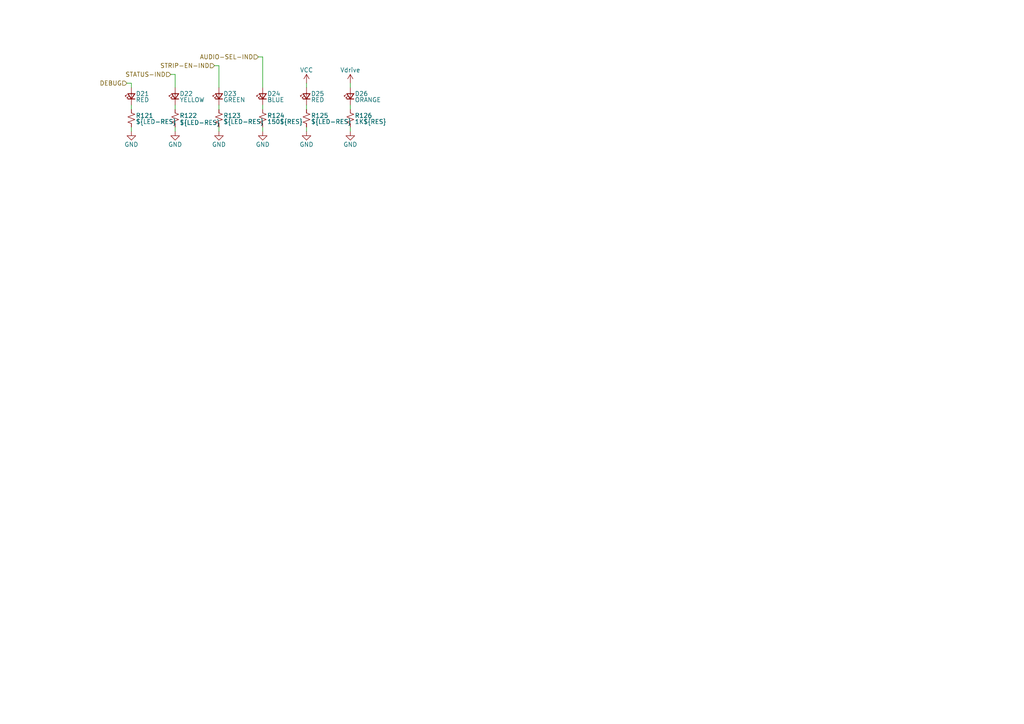
<source format=kicad_sch>
(kicad_sch (version 20211123) (generator eeschema)

  (uuid e11497f6-14b7-4c14-88e3-aa8e071bea0f)

  (paper "A4")

  (lib_symbols
    (symbol "Device:LED_Small" (pin_numbers hide) (pin_names (offset 0.254) hide) (in_bom yes) (on_board yes)
      (property "Reference" "D" (id 0) (at -1.27 3.175 0)
        (effects (font (size 1.27 1.27)) (justify left))
      )
      (property "Value" "LED_Small" (id 1) (at -4.445 -2.54 0)
        (effects (font (size 1.27 1.27)) (justify left))
      )
      (property "Footprint" "" (id 2) (at 0 0 90)
        (effects (font (size 1.27 1.27)) hide)
      )
      (property "Datasheet" "~" (id 3) (at 0 0 90)
        (effects (font (size 1.27 1.27)) hide)
      )
      (property "ki_keywords" "LED diode light-emitting-diode" (id 4) (at 0 0 0)
        (effects (font (size 1.27 1.27)) hide)
      )
      (property "ki_description" "Light emitting diode, small symbol" (id 5) (at 0 0 0)
        (effects (font (size 1.27 1.27)) hide)
      )
      (property "ki_fp_filters" "LED* LED_SMD:* LED_THT:*" (id 6) (at 0 0 0)
        (effects (font (size 1.27 1.27)) hide)
      )
      (symbol "LED_Small_0_1"
        (polyline
          (pts
            (xy -0.762 -1.016)
            (xy -0.762 1.016)
          )
          (stroke (width 0.254) (type default) (color 0 0 0 0))
          (fill (type none))
        )
        (polyline
          (pts
            (xy 1.016 0)
            (xy -0.762 0)
          )
          (stroke (width 0) (type default) (color 0 0 0 0))
          (fill (type none))
        )
        (polyline
          (pts
            (xy 0.762 -1.016)
            (xy -0.762 0)
            (xy 0.762 1.016)
            (xy 0.762 -1.016)
          )
          (stroke (width 0.254) (type default) (color 0 0 0 0))
          (fill (type none))
        )
        (polyline
          (pts
            (xy 0 0.762)
            (xy -0.508 1.27)
            (xy -0.254 1.27)
            (xy -0.508 1.27)
            (xy -0.508 1.016)
          )
          (stroke (width 0) (type default) (color 0 0 0 0))
          (fill (type none))
        )
        (polyline
          (pts
            (xy 0.508 1.27)
            (xy 0 1.778)
            (xy 0.254 1.778)
            (xy 0 1.778)
            (xy 0 1.524)
          )
          (stroke (width 0) (type default) (color 0 0 0 0))
          (fill (type none))
        )
      )
      (symbol "LED_Small_1_1"
        (pin passive line (at -2.54 0 0) (length 1.778)
          (name "K" (effects (font (size 1.27 1.27))))
          (number "1" (effects (font (size 1.27 1.27))))
        )
        (pin passive line (at 2.54 0 180) (length 1.778)
          (name "A" (effects (font (size 1.27 1.27))))
          (number "2" (effects (font (size 1.27 1.27))))
        )
      )
    )
    (symbol "Device:R_Small_US" (pin_numbers hide) (pin_names (offset 0.254) hide) (in_bom yes) (on_board yes)
      (property "Reference" "R" (id 0) (at 0.762 0.508 0)
        (effects (font (size 1.27 1.27)) (justify left))
      )
      (property "Value" "R_Small_US" (id 1) (at 0.762 -1.016 0)
        (effects (font (size 1.27 1.27)) (justify left))
      )
      (property "Footprint" "" (id 2) (at 0 0 0)
        (effects (font (size 1.27 1.27)) hide)
      )
      (property "Datasheet" "~" (id 3) (at 0 0 0)
        (effects (font (size 1.27 1.27)) hide)
      )
      (property "ki_keywords" "r resistor" (id 4) (at 0 0 0)
        (effects (font (size 1.27 1.27)) hide)
      )
      (property "ki_description" "Resistor, small US symbol" (id 5) (at 0 0 0)
        (effects (font (size 1.27 1.27)) hide)
      )
      (property "ki_fp_filters" "R_*" (id 6) (at 0 0 0)
        (effects (font (size 1.27 1.27)) hide)
      )
      (symbol "R_Small_US_1_1"
        (polyline
          (pts
            (xy 0 0)
            (xy 1.016 -0.381)
            (xy 0 -0.762)
            (xy -1.016 -1.143)
            (xy 0 -1.524)
          )
          (stroke (width 0) (type default) (color 0 0 0 0))
          (fill (type none))
        )
        (polyline
          (pts
            (xy 0 1.524)
            (xy 1.016 1.143)
            (xy 0 0.762)
            (xy -1.016 0.381)
            (xy 0 0)
          )
          (stroke (width 0) (type default) (color 0 0 0 0))
          (fill (type none))
        )
        (pin passive line (at 0 2.54 270) (length 1.016)
          (name "~" (effects (font (size 1.27 1.27))))
          (number "1" (effects (font (size 1.27 1.27))))
        )
        (pin passive line (at 0 -2.54 90) (length 1.016)
          (name "~" (effects (font (size 1.27 1.27))))
          (number "2" (effects (font (size 1.27 1.27))))
        )
      )
    )
    (symbol "power:GND" (power) (pin_names (offset 0)) (in_bom yes) (on_board yes)
      (property "Reference" "#PWR" (id 0) (at 0 -6.35 0)
        (effects (font (size 1.27 1.27)) hide)
      )
      (property "Value" "GND" (id 1) (at 0 -3.81 0)
        (effects (font (size 1.27 1.27)))
      )
      (property "Footprint" "" (id 2) (at 0 0 0)
        (effects (font (size 1.27 1.27)) hide)
      )
      (property "Datasheet" "" (id 3) (at 0 0 0)
        (effects (font (size 1.27 1.27)) hide)
      )
      (property "ki_keywords" "power-flag" (id 4) (at 0 0 0)
        (effects (font (size 1.27 1.27)) hide)
      )
      (property "ki_description" "Power symbol creates a global label with name \"GND\" , ground" (id 5) (at 0 0 0)
        (effects (font (size 1.27 1.27)) hide)
      )
      (symbol "GND_0_1"
        (polyline
          (pts
            (xy 0 0)
            (xy 0 -1.27)
            (xy 1.27 -1.27)
            (xy 0 -2.54)
            (xy -1.27 -1.27)
            (xy 0 -1.27)
          )
          (stroke (width 0) (type default) (color 0 0 0 0))
          (fill (type none))
        )
      )
      (symbol "GND_1_1"
        (pin power_in line (at 0 0 270) (length 0) hide
          (name "GND" (effects (font (size 1.27 1.27))))
          (number "1" (effects (font (size 1.27 1.27))))
        )
      )
    )
    (symbol "power:VCC" (power) (pin_names (offset 0)) (in_bom yes) (on_board yes)
      (property "Reference" "#PWR" (id 0) (at 0 -3.81 0)
        (effects (font (size 1.27 1.27)) hide)
      )
      (property "Value" "VCC" (id 1) (at 0 3.81 0)
        (effects (font (size 1.27 1.27)))
      )
      (property "Footprint" "" (id 2) (at 0 0 0)
        (effects (font (size 1.27 1.27)) hide)
      )
      (property "Datasheet" "" (id 3) (at 0 0 0)
        (effects (font (size 1.27 1.27)) hide)
      )
      (property "ki_keywords" "power-flag" (id 4) (at 0 0 0)
        (effects (font (size 1.27 1.27)) hide)
      )
      (property "ki_description" "Power symbol creates a global label with name \"VCC\"" (id 5) (at 0 0 0)
        (effects (font (size 1.27 1.27)) hide)
      )
      (symbol "VCC_0_1"
        (polyline
          (pts
            (xy -0.762 1.27)
            (xy 0 2.54)
          )
          (stroke (width 0) (type default) (color 0 0 0 0))
          (fill (type none))
        )
        (polyline
          (pts
            (xy 0 0)
            (xy 0 2.54)
          )
          (stroke (width 0) (type default) (color 0 0 0 0))
          (fill (type none))
        )
        (polyline
          (pts
            (xy 0 2.54)
            (xy 0.762 1.27)
          )
          (stroke (width 0) (type default) (color 0 0 0 0))
          (fill (type none))
        )
      )
      (symbol "VCC_1_1"
        (pin power_in line (at 0 0 90) (length 0) hide
          (name "VCC" (effects (font (size 1.27 1.27))))
          (number "1" (effects (font (size 1.27 1.27))))
        )
      )
    )
    (symbol "power:Vdrive" (power) (pin_names (offset 0)) (in_bom yes) (on_board yes)
      (property "Reference" "#PWR" (id 0) (at -5.08 -3.81 0)
        (effects (font (size 1.27 1.27)) hide)
      )
      (property "Value" "Vdrive" (id 1) (at 0 3.81 0)
        (effects (font (size 1.27 1.27)))
      )
      (property "Footprint" "" (id 2) (at 0 0 0)
        (effects (font (size 1.27 1.27)) hide)
      )
      (property "Datasheet" "" (id 3) (at 0 0 0)
        (effects (font (size 1.27 1.27)) hide)
      )
      (property "ki_keywords" "power-flag" (id 4) (at 0 0 0)
        (effects (font (size 1.27 1.27)) hide)
      )
      (property "ki_description" "Power symbol creates a global label with name \"Vdrive\"" (id 5) (at 0 0 0)
        (effects (font (size 1.27 1.27)) hide)
      )
      (symbol "Vdrive_0_1"
        (polyline
          (pts
            (xy -0.762 1.27)
            (xy 0 2.54)
          )
          (stroke (width 0) (type default) (color 0 0 0 0))
          (fill (type none))
        )
        (polyline
          (pts
            (xy 0 0)
            (xy 0 2.54)
          )
          (stroke (width 0) (type default) (color 0 0 0 0))
          (fill (type none))
        )
        (polyline
          (pts
            (xy 0 2.54)
            (xy 0.762 1.27)
          )
          (stroke (width 0) (type default) (color 0 0 0 0))
          (fill (type none))
        )
      )
      (symbol "Vdrive_1_1"
        (pin power_in line (at 0 0 90) (length 0) hide
          (name "Vdrive" (effects (font (size 1.27 1.27))))
          (number "1" (effects (font (size 1.27 1.27))))
        )
      )
    )
  )


  (wire (pts (xy 76.2 30.48) (xy 76.2 31.75))
    (stroke (width 0) (type default) (color 0 0 0 0))
    (uuid 09e4d798-23cd-43ad-bb06-56c50652b2c4)
  )
  (wire (pts (xy 38.1 25.4) (xy 38.1 24.13))
    (stroke (width 0) (type default) (color 0 0 0 0))
    (uuid 0b439a1f-520e-4e23-a33f-53588717bcdf)
  )
  (wire (pts (xy 101.6 25.4) (xy 101.6 24.13))
    (stroke (width 0) (type default) (color 0 0 0 0))
    (uuid 13b9a0c1-23a0-43ce-b201-537b21a0e71f)
  )
  (wire (pts (xy 49.53 21.59) (xy 50.8 21.59))
    (stroke (width 0) (type default) (color 0 0 0 0))
    (uuid 21cd8b9b-ae43-4bff-b68c-68f3b382cb51)
  )
  (wire (pts (xy 38.1 36.83) (xy 38.1 38.1))
    (stroke (width 0) (type default) (color 0 0 0 0))
    (uuid 2386ece2-fd4e-4e15-9f64-ee2b29466a3e)
  )
  (wire (pts (xy 63.5 36.83) (xy 63.5 38.1))
    (stroke (width 0) (type default) (color 0 0 0 0))
    (uuid 260699fd-8123-4650-993f-c6bc1388ce2a)
  )
  (wire (pts (xy 50.8 25.4) (xy 50.8 21.59))
    (stroke (width 0) (type default) (color 0 0 0 0))
    (uuid 2630e447-5d1e-4a71-b116-a7b6b853838e)
  )
  (wire (pts (xy 50.8 30.48) (xy 50.8 31.75))
    (stroke (width 0) (type default) (color 0 0 0 0))
    (uuid 2d7e9b6f-4f2c-465c-be23-c7e589e91dc9)
  )
  (wire (pts (xy 74.93 16.51) (xy 76.2 16.51))
    (stroke (width 0) (type default) (color 0 0 0 0))
    (uuid 30edd2e5-fe2b-4813-8d02-3dcc601508cc)
  )
  (wire (pts (xy 88.9 25.4) (xy 88.9 24.13))
    (stroke (width 0) (type default) (color 0 0 0 0))
    (uuid 3bf55b45-80a1-4743-84b4-df3ab75c5760)
  )
  (wire (pts (xy 63.5 30.48) (xy 63.5 31.75))
    (stroke (width 0) (type default) (color 0 0 0 0))
    (uuid 3c7f3d2a-0a06-409a-a6f7-9a0528fbd07b)
  )
  (wire (pts (xy 36.83 24.13) (xy 38.1 24.13))
    (stroke (width 0) (type default) (color 0 0 0 0))
    (uuid 73e9df0d-43ce-40f6-a9db-d8a92234a6ba)
  )
  (wire (pts (xy 76.2 36.83) (xy 76.2 38.1))
    (stroke (width 0) (type default) (color 0 0 0 0))
    (uuid 743624a9-b35b-4f67-b0e1-03e772caa731)
  )
  (wire (pts (xy 63.5 25.4) (xy 63.5 19.05))
    (stroke (width 0) (type default) (color 0 0 0 0))
    (uuid 85285e1c-a4f0-4e6f-b633-c6907f73b5ea)
  )
  (wire (pts (xy 88.9 30.48) (xy 88.9 31.75))
    (stroke (width 0) (type default) (color 0 0 0 0))
    (uuid 9793fcb7-98e8-4b11-a1ee-21137865deec)
  )
  (wire (pts (xy 62.23 19.05) (xy 63.5 19.05))
    (stroke (width 0) (type default) (color 0 0 0 0))
    (uuid a6a2f03a-47f0-4f44-813d-d587089853fb)
  )
  (wire (pts (xy 101.6 36.83) (xy 101.6 38.1))
    (stroke (width 0) (type default) (color 0 0 0 0))
    (uuid a9b1e74f-e480-45f9-9fbc-f9cff429ff0e)
  )
  (wire (pts (xy 88.9 36.83) (xy 88.9 38.1))
    (stroke (width 0) (type default) (color 0 0 0 0))
    (uuid aa9283cd-04ba-4c4c-9481-2e076f6ab83a)
  )
  (wire (pts (xy 76.2 25.4) (xy 76.2 16.51))
    (stroke (width 0) (type default) (color 0 0 0 0))
    (uuid b59c35eb-f344-4227-988c-33595c200d49)
  )
  (wire (pts (xy 101.6 30.48) (xy 101.6 31.75))
    (stroke (width 0) (type default) (color 0 0 0 0))
    (uuid c761f6ea-1334-49f2-aafe-637dc2b3c18b)
  )
  (wire (pts (xy 50.8 36.83) (xy 50.8 38.1))
    (stroke (width 0) (type default) (color 0 0 0 0))
    (uuid eab3efd2-76bb-4d74-81b9-5ddea11d47e1)
  )
  (wire (pts (xy 38.1 30.48) (xy 38.1 31.75))
    (stroke (width 0) (type default) (color 0 0 0 0))
    (uuid f4fda6be-a731-4720-9769-9f4f91ceb731)
  )

  (hierarchical_label "STATUS-IND" (shape input) (at 49.53 21.59 180)
    (effects (font (size 1.27 1.27)) (justify right))
    (uuid 045b4d04-598b-4210-8f2a-832c9f9a3890)
  )
  (hierarchical_label "STRIP-EN-IND" (shape input) (at 62.23 19.05 180)
    (effects (font (size 1.27 1.27)) (justify right))
    (uuid 631d2e74-b219-4377-8e62-c71255b36f87)
  )
  (hierarchical_label "AUDIO-SEL-IND" (shape input) (at 74.93 16.51 180)
    (effects (font (size 1.27 1.27)) (justify right))
    (uuid 9b12d42c-2181-4f66-8d50-eccb0ad68d41)
  )
  (hierarchical_label "DEBUG" (shape input) (at 36.83 24.13 180)
    (effects (font (size 1.27 1.27)) (justify right))
    (uuid ad2bf73e-dce2-4b2f-98b6-80495c53bda8)
  )

  (symbol (lib_id "power:GND") (at 101.6 38.1 0) (unit 1)
    (in_bom yes) (on_board yes)
    (uuid 0482ccf9-1937-4cb1-b9e1-9ed83f1fc1a4)
    (property "Reference" "#PWR061" (id 0) (at 101.6 44.45 0)
      (effects (font (size 1.27 1.27)) hide)
    )
    (property "Value" "GND" (id 1) (at 101.6 41.91 0))
    (property "Footprint" "" (id 2) (at 101.6 38.1 0)
      (effects (font (size 1.27 1.27)) hide)
    )
    (property "Datasheet" "" (id 3) (at 101.6 38.1 0)
      (effects (font (size 1.27 1.27)) hide)
    )
    (pin "1" (uuid 9e3329f8-9afd-4210-9bf3-39220a9aff09))
  )

  (symbol (lib_id "power:GND") (at 63.5 38.1 0) (unit 1)
    (in_bom yes) (on_board yes)
    (uuid 0ecdbdcc-10c0-41a1-95e9-13f32ba1bc3c)
    (property "Reference" "#PWR056" (id 0) (at 63.5 44.45 0)
      (effects (font (size 1.27 1.27)) hide)
    )
    (property "Value" "GND" (id 1) (at 63.5 41.91 0))
    (property "Footprint" "" (id 2) (at 63.5 38.1 0)
      (effects (font (size 1.27 1.27)) hide)
    )
    (property "Datasheet" "" (id 3) (at 63.5 38.1 0)
      (effects (font (size 1.27 1.27)) hide)
    )
    (pin "1" (uuid 8e6d7097-8850-484a-822b-b8ec48b9ccfa))
  )

  (symbol (lib_id "Device:R_Small_US") (at 38.1 34.29 0) (unit 1)
    (in_bom yes) (on_board yes)
    (uuid 2542f008-6608-4f68-9c4d-1696aa89036c)
    (property "Reference" "R121" (id 0) (at 39.37 33.528 0)
      (effects (font (size 1.27 1.27)) (justify left))
    )
    (property "Value" "${LED-RES}" (id 1) (at 39.37 35.306 0)
      (effects (font (size 1.27 1.27)) (justify left))
    )
    (property "Footprint" "Resistor_SMD:R_0805_2012Metric" (id 2) (at 38.1 34.29 0)
      (effects (font (size 1.27 1.27)) hide)
    )
    (property "Datasheet" "~" (id 3) (at 38.1 34.29 0)
      (effects (font (size 1.27 1.27)) hide)
    )
    (pin "1" (uuid 465cbb05-45c5-4cd9-af01-ee5a8f388222))
    (pin "2" (uuid f380b93e-b8ab-4132-8024-fa954ea37613))
  )

  (symbol (lib_id "Device:R_Small_US") (at 88.9 34.29 0) (unit 1)
    (in_bom yes) (on_board yes)
    (uuid 304ee8f3-2793-4776-99e6-4a2857ea1729)
    (property "Reference" "R125" (id 0) (at 90.17 33.528 0)
      (effects (font (size 1.27 1.27)) (justify left))
    )
    (property "Value" "${LED-RES}" (id 1) (at 90.17 35.306 0)
      (effects (font (size 1.27 1.27)) (justify left))
    )
    (property "Footprint" "Resistor_SMD:R_0805_2012Metric" (id 2) (at 88.9 34.29 0)
      (effects (font (size 1.27 1.27)) hide)
    )
    (property "Datasheet" "~" (id 3) (at 88.9 34.29 0)
      (effects (font (size 1.27 1.27)) hide)
    )
    (pin "1" (uuid f9cb729d-4e20-4f72-b275-c0f2d86b582c))
    (pin "2" (uuid d42c3f0b-1464-4054-ac51-703d356bd70b))
  )

  (symbol (lib_id "Device:LED_Small") (at 63.5 27.94 90) (unit 1)
    (in_bom yes) (on_board yes)
    (uuid 3f481548-437e-4330-9992-293a3ee045dc)
    (property "Reference" "D23" (id 0) (at 64.77 27.178 90)
      (effects (font (size 1.27 1.27)) (justify right))
    )
    (property "Value" "GREEN" (id 1) (at 64.77 28.956 90)
      (effects (font (size 1.27 1.27)) (justify right))
    )
    (property "Footprint" "LED_SMD:LED_0805_2012Metric_Pad1.15x1.40mm_HandSolder" (id 2) (at 63.5 27.94 90)
      (effects (font (size 1.27 1.27)) hide)
    )
    (property "Datasheet" "~" (id 3) (at 63.5 27.94 90)
      (effects (font (size 1.27 1.27)) hide)
    )
    (pin "1" (uuid 4d8b797e-81fc-4c9f-b51d-f047113ce65d))
    (pin "2" (uuid 37752172-c309-4cbf-9837-4e9b3c01769a))
  )

  (symbol (lib_id "power:GND") (at 88.9 38.1 0) (unit 1)
    (in_bom yes) (on_board yes)
    (uuid 402cd80a-a626-4f63-82f6-8ab921669aed)
    (property "Reference" "#PWR059" (id 0) (at 88.9 44.45 0)
      (effects (font (size 1.27 1.27)) hide)
    )
    (property "Value" "GND" (id 1) (at 88.9 41.91 0))
    (property "Footprint" "" (id 2) (at 88.9 38.1 0)
      (effects (font (size 1.27 1.27)) hide)
    )
    (property "Datasheet" "" (id 3) (at 88.9 38.1 0)
      (effects (font (size 1.27 1.27)) hide)
    )
    (pin "1" (uuid da3d1cea-8d38-485d-b11e-18e6ea7f8f40))
  )

  (symbol (lib_id "power:GND") (at 76.2 38.1 0) (unit 1)
    (in_bom yes) (on_board yes)
    (uuid 4950acca-f941-4295-bfad-e7609bb5616b)
    (property "Reference" "#PWR057" (id 0) (at 76.2 44.45 0)
      (effects (font (size 1.27 1.27)) hide)
    )
    (property "Value" "GND" (id 1) (at 76.2 41.91 0))
    (property "Footprint" "" (id 2) (at 76.2 38.1 0)
      (effects (font (size 1.27 1.27)) hide)
    )
    (property "Datasheet" "" (id 3) (at 76.2 38.1 0)
      (effects (font (size 1.27 1.27)) hide)
    )
    (pin "1" (uuid 80a60695-2094-4ba1-b04b-19371f9de540))
  )

  (symbol (lib_id "Device:LED_Small") (at 88.9 27.94 90) (unit 1)
    (in_bom yes) (on_board yes)
    (uuid 6067fe11-8f22-4306-bce3-9ab39fd86c2f)
    (property "Reference" "D25" (id 0) (at 90.17 27.178 90)
      (effects (font (size 1.27 1.27)) (justify right))
    )
    (property "Value" "RED" (id 1) (at 90.17 28.956 90)
      (effects (font (size 1.27 1.27)) (justify right))
    )
    (property "Footprint" "LED_SMD:LED_0805_2012Metric_Pad1.15x1.40mm_HandSolder" (id 2) (at 88.9 27.94 90)
      (effects (font (size 1.27 1.27)) hide)
    )
    (property "Datasheet" "~" (id 3) (at 88.9 27.94 90)
      (effects (font (size 1.27 1.27)) hide)
    )
    (pin "1" (uuid 07a1b70e-c381-41dc-9da4-939473481b0a))
    (pin "2" (uuid 1d2e6c6a-e3ba-49db-883d-60f4b919faef))
  )

  (symbol (lib_id "Device:R_Small_US") (at 101.6 34.29 0) (unit 1)
    (in_bom yes) (on_board yes)
    (uuid 6ded00e5-27c2-4eec-9f06-264d8c1f187d)
    (property "Reference" "R126" (id 0) (at 102.87 33.528 0)
      (effects (font (size 1.27 1.27)) (justify left))
    )
    (property "Value" "1K${RES}" (id 1) (at 102.87 35.306 0)
      (effects (font (size 1.27 1.27)) (justify left))
    )
    (property "Footprint" "Resistor_SMD:R_0805_2012Metric" (id 2) (at 101.6 34.29 0)
      (effects (font (size 1.27 1.27)) hide)
    )
    (property "Datasheet" "~" (id 3) (at 101.6 34.29 0)
      (effects (font (size 1.27 1.27)) hide)
    )
    (pin "1" (uuid 18759bd1-74d3-4f69-b23d-342336dffaa0))
    (pin "2" (uuid 1e07358f-2113-4e7d-844c-fdde673a007a))
  )

  (symbol (lib_id "power:GND") (at 38.1 38.1 0) (unit 1)
    (in_bom yes) (on_board yes)
    (uuid 720ecb8f-b967-4895-8448-404eac465650)
    (property "Reference" "#PWR054" (id 0) (at 38.1 44.45 0)
      (effects (font (size 1.27 1.27)) hide)
    )
    (property "Value" "GND" (id 1) (at 38.1 41.91 0))
    (property "Footprint" "" (id 2) (at 38.1 38.1 0)
      (effects (font (size 1.27 1.27)) hide)
    )
    (property "Datasheet" "" (id 3) (at 38.1 38.1 0)
      (effects (font (size 1.27 1.27)) hide)
    )
    (pin "1" (uuid 6ce181f9-e75d-42a6-a15d-7c17f2c1172d))
  )

  (symbol (lib_id "Device:LED_Small") (at 38.1 27.94 90) (unit 1)
    (in_bom yes) (on_board yes)
    (uuid 75ef51eb-bdd3-437a-b34d-0d489b347075)
    (property "Reference" "D21" (id 0) (at 39.37 27.178 90)
      (effects (font (size 1.27 1.27)) (justify right))
    )
    (property "Value" "RED" (id 1) (at 39.37 28.956 90)
      (effects (font (size 1.27 1.27)) (justify right))
    )
    (property "Footprint" "LED_SMD:LED_0805_2012Metric_Pad1.15x1.40mm_HandSolder" (id 2) (at 38.1 27.94 90)
      (effects (font (size 1.27 1.27)) hide)
    )
    (property "Datasheet" "~" (id 3) (at 38.1 27.94 90)
      (effects (font (size 1.27 1.27)) hide)
    )
    (pin "1" (uuid 4d1eb583-cb08-4400-b8a3-ec769c2a92fa))
    (pin "2" (uuid 7e779c59-4765-49a7-a6af-d0e83e618cef))
  )

  (symbol (lib_id "Device:LED_Small") (at 76.2 27.94 90) (unit 1)
    (in_bom yes) (on_board yes)
    (uuid 77e72459-94c7-445b-8aa0-41b0088082e9)
    (property "Reference" "D24" (id 0) (at 77.47 27.178 90)
      (effects (font (size 1.27 1.27)) (justify right))
    )
    (property "Value" "BLUE" (id 1) (at 77.47 28.956 90)
      (effects (font (size 1.27 1.27)) (justify right))
    )
    (property "Footprint" "LED_SMD:LED_0805_2012Metric_Pad1.15x1.40mm_HandSolder" (id 2) (at 76.2 27.94 90)
      (effects (font (size 1.27 1.27)) hide)
    )
    (property "Datasheet" "~" (id 3) (at 76.2 27.94 90)
      (effects (font (size 1.27 1.27)) hide)
    )
    (pin "1" (uuid 780b4505-ac3e-4400-b286-f7fc048544b6))
    (pin "2" (uuid cdd656b6-91ad-45e8-9584-10b266611a44))
  )

  (symbol (lib_id "power:GND") (at 50.8 38.1 0) (unit 1)
    (in_bom yes) (on_board yes)
    (uuid 8f34952e-1c6e-4cfa-b0da-e0d90cfcd4db)
    (property "Reference" "#PWR055" (id 0) (at 50.8 44.45 0)
      (effects (font (size 1.27 1.27)) hide)
    )
    (property "Value" "GND" (id 1) (at 50.8 41.91 0))
    (property "Footprint" "" (id 2) (at 50.8 38.1 0)
      (effects (font (size 1.27 1.27)) hide)
    )
    (property "Datasheet" "" (id 3) (at 50.8 38.1 0)
      (effects (font (size 1.27 1.27)) hide)
    )
    (pin "1" (uuid cd76825d-53ea-4984-82ac-57b0ba49b734))
  )

  (symbol (lib_id "power:Vdrive") (at 101.6 24.13 0) (unit 1)
    (in_bom yes) (on_board yes)
    (uuid 9517831b-cc6e-4ae4-8997-9a4dd66e13e5)
    (property "Reference" "#PWR060" (id 0) (at 96.52 27.94 0)
      (effects (font (size 1.27 1.27)) hide)
    )
    (property "Value" "Vdrive" (id 1) (at 101.6 20.32 0))
    (property "Footprint" "" (id 2) (at 101.6 24.13 0)
      (effects (font (size 1.27 1.27)) hide)
    )
    (property "Datasheet" "" (id 3) (at 101.6 24.13 0)
      (effects (font (size 1.27 1.27)) hide)
    )
    (pin "1" (uuid 195964ed-72c2-488f-863d-6d6cc0686784))
  )

  (symbol (lib_id "Device:R_Small_US") (at 76.2 34.29 0) (unit 1)
    (in_bom yes) (on_board yes)
    (uuid b3783974-8ea0-4c08-80a4-66f5e8519e82)
    (property "Reference" "R124" (id 0) (at 77.47 33.528 0)
      (effects (font (size 1.27 1.27)) (justify left))
    )
    (property "Value" "150${RES}" (id 1) (at 77.47 35.306 0)
      (effects (font (size 1.27 1.27)) (justify left))
    )
    (property "Footprint" "Resistor_SMD:R_0805_2012Metric" (id 2) (at 76.2 34.29 0)
      (effects (font (size 1.27 1.27)) hide)
    )
    (property "Datasheet" "~" (id 3) (at 76.2 34.29 0)
      (effects (font (size 1.27 1.27)) hide)
    )
    (pin "1" (uuid d2dc5ecb-4c22-4681-8fe2-1a719333d7f7))
    (pin "2" (uuid fbcfd9eb-bd61-4ec6-8fa6-ed87df7e9482))
  )

  (symbol (lib_id "power:VCC") (at 88.9 24.13 0) (unit 1)
    (in_bom yes) (on_board yes)
    (uuid c22559bf-f2b5-4d55-b433-4e7c510957ed)
    (property "Reference" "#PWR058" (id 0) (at 88.9 27.94 0)
      (effects (font (size 1.27 1.27)) hide)
    )
    (property "Value" "VCC" (id 1) (at 88.9 20.32 0))
    (property "Footprint" "" (id 2) (at 88.9 24.13 0)
      (effects (font (size 1.27 1.27)) hide)
    )
    (property "Datasheet" "" (id 3) (at 88.9 24.13 0)
      (effects (font (size 1.27 1.27)) hide)
    )
    (pin "1" (uuid 25420f65-c3f5-42f8-a30a-d6e715783c1c))
  )

  (symbol (lib_id "Device:LED_Small") (at 50.8 27.94 90) (unit 1)
    (in_bom yes) (on_board yes)
    (uuid d8dd6a32-d274-4d5a-82c6-354d9e542fec)
    (property "Reference" "D22" (id 0) (at 52.07 27.178 90)
      (effects (font (size 1.27 1.27)) (justify right))
    )
    (property "Value" "YELLOW" (id 1) (at 52.07 28.956 90)
      (effects (font (size 1.27 1.27)) (justify right))
    )
    (property "Footprint" "LED_SMD:LED_0805_2012Metric_Pad1.15x1.40mm_HandSolder" (id 2) (at 50.8 27.94 90)
      (effects (font (size 1.27 1.27)) hide)
    )
    (property "Datasheet" "~" (id 3) (at 50.8 27.94 90)
      (effects (font (size 1.27 1.27)) hide)
    )
    (pin "1" (uuid 2d594bd7-1ad1-43d0-8f06-8deeaf1fca11))
    (pin "2" (uuid e69c0e41-0878-4e9f-82e7-d1bc497e29d4))
  )

  (symbol (lib_id "Device:R_Small_US") (at 63.5 34.29 0) (unit 1)
    (in_bom yes) (on_board yes)
    (uuid ef97e2aa-9121-4561-9d37-a762858a72e4)
    (property "Reference" "R123" (id 0) (at 64.77 33.528 0)
      (effects (font (size 1.27 1.27)) (justify left))
    )
    (property "Value" "${LED-RES}" (id 1) (at 64.77 35.306 0)
      (effects (font (size 1.27 1.27)) (justify left))
    )
    (property "Footprint" "Resistor_SMD:R_0805_2012Metric" (id 2) (at 63.5 34.29 0)
      (effects (font (size 1.27 1.27)) hide)
    )
    (property "Datasheet" "~" (id 3) (at 63.5 34.29 0)
      (effects (font (size 1.27 1.27)) hide)
    )
    (pin "1" (uuid 24013276-b3f4-4732-bd73-e1f3df677254))
    (pin "2" (uuid 0638e54b-fbd0-4ba5-a367-32bf004c85f8))
  )

  (symbol (lib_id "Device:LED_Small") (at 101.6 27.94 90) (unit 1)
    (in_bom yes) (on_board yes)
    (uuid fba5a2c4-c19e-448d-88f9-2b7524ace298)
    (property "Reference" "D26" (id 0) (at 102.87 27.178 90)
      (effects (font (size 1.27 1.27)) (justify right))
    )
    (property "Value" "ORANGE" (id 1) (at 102.87 28.956 90)
      (effects (font (size 1.27 1.27)) (justify right))
    )
    (property "Footprint" "LED_SMD:LED_0805_2012Metric_Pad1.15x1.40mm_HandSolder" (id 2) (at 101.6 27.94 90)
      (effects (font (size 1.27 1.27)) hide)
    )
    (property "Datasheet" "~" (id 3) (at 101.6 27.94 90)
      (effects (font (size 1.27 1.27)) hide)
    )
    (pin "1" (uuid 80a97c07-a6b4-4870-88d7-0a3925c86c6a))
    (pin "2" (uuid c5d8b047-d4b1-41a8-8bc8-ee15a351d810))
  )

  (symbol (lib_id "Device:R_Small_US") (at 50.8 34.29 0) (unit 1)
    (in_bom yes) (on_board yes)
    (uuid fd011ad2-6c27-47e6-8ed4-694bc49c9b2c)
    (property "Reference" "R122" (id 0) (at 52.07 33.528 0)
      (effects (font (size 1.27 1.27)) (justify left))
    )
    (property "Value" "${LED-RES}" (id 1) (at 52.07 35.56 0)
      (effects (font (size 1.27 1.27)) (justify left))
    )
    (property "Footprint" "Resistor_SMD:R_0805_2012Metric" (id 2) (at 50.8 34.29 0)
      (effects (font (size 1.27 1.27)) hide)
    )
    (property "Datasheet" "~" (id 3) (at 50.8 34.29 0)
      (effects (font (size 1.27 1.27)) hide)
    )
    (pin "1" (uuid f40bb18a-f639-4920-a994-f52b6fdfe694))
    (pin "2" (uuid 0ca258a3-f33a-472a-85ad-48dfea660b57))
  )
)

</source>
